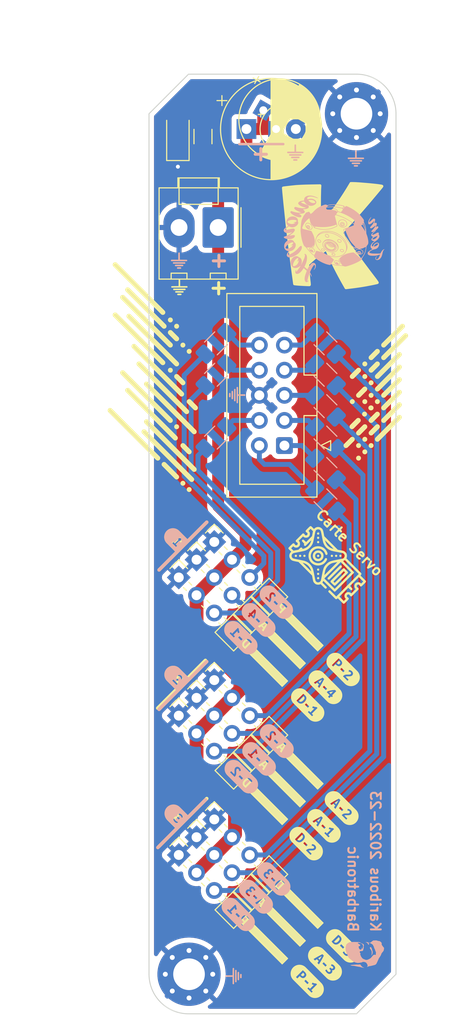
<source format=kicad_pcb>
(kicad_pcb (version 20221018) (generator pcbnew)
  (layers (0 "F.Cu" signal) (31 "B.Cu" signal) (34 "B.Paste" user) (35 "F.Paste" user) (36 "B.SilkS" user "B.Silkscreen") (37 "F.SilkS" user "F.Silkscreen") (38 "B.Mask" user) (39 "F.Mask" user) (44 "Edge.Cuts" user))
  (net 0 "")
  (net 1 "+5VP")
  (net 2 "GND")
  (net 3 "Net-(D1-Pad2)")
  (net 4 "IO_P_2")
  (net 5 "IO_P_1")
  (net 6 "IO_A_4")
  (net 7 "IO_A_3")
  (net 8 "IO_D_3")
  (net 9 "IO_D_1")
  (net 10 "IO_D_2")
  (net 11 "IO_A_2")
  (net 12 "IO_A_1")
  (net 13 "Net-(J3-Pad3)")
  (net 14 "Net-(J4-Pad3)")
  (net 15 "Net-(J5-Pad3)")
  (net 16 "Net-(J6-Pad3)")
  (net 17 "Net-(J7-Pad3)")
  (net 18 "Net-(J8-Pad3)")
  (net 19 "Net-(J9-Pad3)")
  (net 20 "Net-(J10-Pad3)")
  (net 21 "Net-(J11-Pad3)")
  (footprint "MountingHole:MountingHole_3.2mm_M3_Pad_Via" (layer "F.Cu") (at 156 49)
    (fp_text reference "H1" hide)
    (fp_text value "MountingHole_Pad")
    (pad "1" thru_hole circle locked (at -2.4 0) (size 0.8 0.8) (drill 0.5) (layers "*.Cu" "*.Mask") (net 2 "GND"))
    (pad "1" thru_hole circle locked (at -1.697056 -1.697056) (size 0.8 0.8) (drill 0.5) (layers "*.Cu" "*.Mask") (net 2 "GND"))
    (pad "1" thru_hole circle locked (at -1.697056 1.697056) (size 0.8 0.8) (drill 0.5) (layers "*.Cu" "*.Mask") (net 2 "GND"))
    (pad "1" thru_hole circle locked (at 0 -2.4) (size 0.8 0.8) (drill 0.5) (layers "*.Cu" "*.Mask") (net 2 "GND"))
    (pad "1" thru_hole circle locked (at 0 0) (size 6.4 6.4) (drill 3.2) (layers "*.Cu" "*.Mask") (net 2 "GND"))
    (pad "1" thru_hole circle locked (at 0 2.4) (size 0.8 0.8) (drill 0.5) (layers "*.Cu" "*.Mask") (net 2 "GND"))
    (pad "1" thru_hole circle locked (at 1.697056 -1.697056) (size 0.8 0.8) (drill 0.5) (layers "*.Cu" "*.Mask") (net 2 "GND"))
    (pad "1" thru_hole circle locked (at 1.697056 1.697056) (size 0.8 0.8) (drill 0.5) (layers "*.Cu" "*.Mask") (net 2 "GND"))
    (pad "1" thru_hole circle locked (at 2.4 0) (size 0.8 0.8) (drill 0.5) (layers "*.Cu" "*.Mask") (net 2 "GND"))
  )
  (footprint "Footprints:PinHeader_3x01_P2.54mm_Horizontal" (layer "F.Cu") (at 141.605 95.885 -45)
    (fp_text reference "J11" hide)
    (fp_text value "Conn_01x03")
    (pad "1" thru_hole rect (at -2.54 0 315) (size 1.7 1.7) (drill 1) (layers "*.Cu" "*.Mask") (net 2 "GND"))
    (pad "2" thru_hole oval (at 0 0 315) (size 1.7 1.7) (drill 1) (layers "*.Cu" "*.Mask") (net 1 "+5VP"))
    (pad "3" thru_hole oval (at 2.54 0 315) (size 1.7 1.7) (drill 1) (layers "*.Cu" "*.Mask") (net 21 "Net-(J11-Pad3)"))
  )
  (footprint "Footprints:PinHeader_3x01_P2.54mm_Horizontal" (layer "F.Cu") (at 143.401052 108.05895 -45)
    (fp_text reference "J9" hide)
    (fp_text value "Conn_01x03")
    (pad "1" thru_hole rect (at -2.54 0 315) (size 1.7 1.7) (drill 1) (layers "*.Cu" "*.Mask") (net 2 "GND"))
    (pad "2" thru_hole oval (at 0 0 315) (size 1.7 1.7) (drill 1) (layers "*.Cu" "*.Mask") (net 1 "+5VP"))
    (pad "3" thru_hole oval (at 2.54 0 315) (size 1.7 1.7) (drill 1) (layers "*.Cu" "*.Mask") (net 19 "Net-(J9-Pad3)"))
  )
  (footprint "Footprints:PinHeader_3x01_P2.54mm_Horizontal" (layer "F.Cu") (at 139.80895 97.681052 -45)
    (fp_text reference "J3" hide)
    (fp_text value "Conn_01x03")
    (pad "1" thru_hole rect (at -2.54 0 315) (size 1.7 1.7) (drill 1) (layers "*.Cu" "*.Mask") (net 2 "GND"))
    (pad "2" thru_hole oval (at 0 0 315) (size 1.7 1.7) (drill 1) (layers "*.Cu" "*.Mask") (net 1 "+5VP"))
    (pad "3" thru_hole oval (at 2.54 0 315) (size 1.7 1.7) (drill 1) (layers "*.Cu" "*.Mask") (net 13 "Net-(J3-Pad3)"))
  )
  (footprint "Capacitor_THT:CP_Radial_D8.0mm_P3.80mm" (layer "F.Cu") (at 146.569103 48.646 -30)
    (fp_text reference "C2" hide)
    (fp_text value "C_Polarized_Small")
    (pad "1" thru_hole rect (at 0 0 330) (size 1.6 1.6) (drill 0.8) (layers "*.Cu" "*.Mask") (net 1 "+5VP"))
    (pad "2" thru_hole circle (at 3.8 0 330) (size 1.6 1.6) (drill 0.8) (layers "*.Cu" "*.Mask") (net 2 "GND"))
  )
  (footprint "LED_SMD:LED_1206_3216Metric_Pad1.42x1.75mm_HandSolder" (layer "F.Cu") (at 137.922 51.2715 90)
    (fp_text reference "D1" hide)
    (fp_text value "LED_Small")
    (pad "1" smd roundrect (at -1.4875 0 90) (size 1.425 1.75) (layers "F.Cu" "F.Paste" "F.Mask") (roundrect_rratio 0.175439) (net 2 "GND"))
    (pad "2" smd roundrect (at 1.4875 0 90) (size 1.425 1.75) (layers "F.Cu" "F.Paste" "F.Mask") (roundrect_rratio 0.175439) (net 3 "Net-(D1-Pad2)"))
  )
  (footprint "LOGO" (layer "F.Cu") (at 138.081935 66.538407)
    (fp_text reference "G***" hide)
    (fp_text value "LOGO" hide)
  )
  (footprint "kibuzzard-634F1A09" (layer "F.Cu") (at 151.015447 136.722215 -45)
    (fp_text reference "kibuzzard-634F1A09" hide)
    (fp_text value "G***" hide)
  )
  (footprint "kibuzzard-634F1A03" (layer "F.Cu") (at 152.811499 134.926163 -45)
    (fp_text reference "kibuzzard-634F1A03" hide)
    (fp_text value "G***" hide)
  )
  (footprint "MountingHole:MountingHole_3.2mm_M3_Pad_Via" (layer "F.Cu") (at 139.05 136)
    (fp_text reference "H2" hide)
    (fp_text value "MountingHole_Pad")
    (pad "1" thru_hole circle locked (at -2.4 0) (size 0.8 0.8) (drill 0.5) (layers "*.Cu" "*.Mask") (net 2 "GND"))
    (pad "1" thru_hole circle locked (at -1.697056 -1.697056) (size 0.8 0.8) (drill 0.5) (layers "*.Cu" "*.Mask") (net 2 "GND"))
    (pad "1" thru_hole circle locked (at -1.697056 1.697056) (size 0.8 0.8) (drill 0.5) (layers "*.Cu" "*.Mask") (net 2 "GND"))
    (pad "1" thru_hole circle locked (at 0 -2.4) (size 0.8 0.8) (drill 0.5) (layers "*.Cu" "*.Mask") (net 2 "GND"))
    (pad "1" thru_hole circle locked (at 0 0) (size 6.4 6.4) (drill 3.2) (layers "*.Cu" "*.Mask") (net 2 "GND"))
    (pad "1" thru_hole circle locked (at 0 2.4) (size 0.8 0.8) (drill 0.5) (layers "*.Cu" "*.Mask") (net 2 "GND"))
    (pad "1" thru_hole circle locked (at 1.697056 -1.697056) (size 0.8 0.8) (drill 0.5) (layers "*.Cu" "*.Mask") (net 2 "GND"))
    (pad "1" thru_hole circle locked (at 1.697056 1.697056) (size 0.8 0.8) (drill 0.5) (layers "*.Cu" "*.Mask") (net 2 "GND"))
    (pad "1" thru_hole circle locked (at 2.4 0) (size 0.8 0.8) (drill 0.5) (layers "*.Cu" "*.Mask") (net 2 "GND"))
  )
  (footprint "kibuzzard-634F19A7" (layer "F.Cu") (at 152.70324 120.996895 -45)
    (fp_text reference "kibuzzard-634F19A7" hide)
    (fp_text value "G***" hide)
  )
  (footprint "Capacitor_THT:CP_Radial_D10.0mm_P5.00mm" (layer "F.Cu") (at 144.86 50.546)
    (fp_text reference "C1" hide)
    (fp_text value "C_Polarized_Small")
    (pad "1" thru_hole rect (at 0 0) (size 2 2) (drill 1) (layers "*.Cu" "*.Mask") (net 1 "+5VP"))
    (pad "2" thru_hole circle (at 5 0) (size 2 2) (drill 1) (layers "*.Cu" "*.Mask") (net 2 "GND"))
  )
  (footprint "kibuzzard-634F19FE" (layer "F.Cu") (at 154.60755 133.130112 -45)
    (fp_text reference "kibuzzard-634F19FE" hide)
    (fp_text value "G***" hide)
  )
  (footprint "kibuzzard-634F1907" (layer "F.Cu") (at 151.059207 108.778017 -45)
    (fp_text reference "kibuzzard-634F1907" hide)
    (fp_text value "G***" hide)
  )
  (footprint "Footprints:PinHeader_3x01_P2.54mm_Horizontal" (layer "F.Cu") (at 141.605 123.939996 -45)
    (fp_text reference "J10" hide)
    (fp_text value "Conn_01x03")
    (pad "1" thru_hole rect (at -2.54 0 315) (size 1.7 1.7) (drill 1) (layers "*.Cu" "*.Mask") (net 2 "GND"))
    (pad "2" thru_hole oval (at 0 0 315) (size 1.7 1.7) (drill 1) (layers "*.Cu" "*.Mask") (net 1 "+5VP"))
    (pad "3" thru_hole oval (at 2.54 0 315) (size 1.7 1.7) (drill 1) (layers "*.Cu" "*.Mask") (net 20 "Net-(J10-Pad3)"))
  )
  (footprint "Footprints:PinHeader_3x01_P2.54mm_Horizontal" (layer "F.Cu") (at 139.80895 125.736048 -45)
    (fp_text reference "J7" hide)
    (fp_text value "Conn_01x03")
    (pad "1" thru_hole rect (at -2.54 0 315) (size 1.7 1.7) (drill 1) (layers "*.Cu" "*.Mask") (net 2 "GND"))
    (pad "2" thru_hole oval (at 0 0 315) (size 1.7 1.7) (drill 1) (layers "*.Cu" "*.Mask") (net 1 "+5VP"))
    (pad "3" thru_hole oval (at 2.54 0 315) (size 1.7 1.7) (drill 1) (layers "*.Cu" "*.Mask") (net 17 "Net-(J7-Pad3)"))
  )
  (footprint "kibuzzard-634F18D6" (layer "F.Cu") (at 154.65131 105.185914 -45)
    (fp_text reference "kibuzzard-634F18D6" hide)
    (fp_text value "G***" hide)
  )
  (footprint "kibuzzard-634F1B38" (layer "F.Cu") (at 137.576729 91.950436 -45)
    (fp_text reference "kibuzzard-634F1B38" hide)
    (fp_text value "G***" hide)
  )
  (footprint "Footprints:PinHeader_3x01_P2.54mm_Horizontal" (layer "F.Cu") (at 141.605 109.855 -45)
    (fp_text reference "J6" hide)
    (fp_text value "Conn_01x03")
    (pad "1" thru_hole rect (at -2.54 0 315) (size 1.7 1.7) (drill 1) (layers "*.Cu" "*.Mask") (net 2 "GND"))
    (pad "2" thru_hole oval (at 0 0 315) (size 1.7 1.7) (drill 1) (layers "*.Cu" "*.Mask") (net 1 "+5VP"))
    (pad "3" thru_hole oval (at 2.54 0 315) (size 1.7 1.7) (drill 1) (layers "*.Cu" "*.Mask") (net 16 "Net-(J6-Pad3)"))
  )
  (footprint "Footprints:PinHeader_3x01_P2.54mm_Horizontal" (layer "F.Cu") (at 143.401052 94.08895 -45)
    (fp_text reference "J8" hide)
    (fp_text value "Conn_01x03")
    (pad "1" thru_hole rect (at -2.54 0 315) (size 1.7 1.7) (drill 1) (layers "*.Cu" "*.Mask") (net 2 "GND"))
    (pad "2" thru_hole oval (at 0 0 315) (size 1.7 1.7) (drill 1) (layers "*.Cu" "*.Mask") (net 1 "+5VP"))
    (pad "3" thru_hole oval (at 2.54 0 315) (size 1.7 1.7) (drill 1) (layers "*.Cu" "*.Mask") (net 18 "Net-(J8-Pad3)"))
  )
  (footprint "Footprints:PinHeader_3x01_P2.54mm_Horizontal" (layer "F.Cu") (at 143.401052 122.143946 -45)
    (fp_text reference "J5" hide)
    (fp_text value "Conn_01x03")
    (pad "1" thru_hole rect (at -2.54 0 315) (size 1.7 1.7) (drill 1) (layers "*.Cu" "*.Mask") (net 2 "GND"))
    (pad "2" thru_hole oval (at 0 0 315) (size 1.7 1.7) (drill 1) (layers "*.Cu" "*.Mask") (net 1 "+5VP"))
    (pad "3" thru_hole oval (at 2.54 0 315) (size 1.7 1.7) (drill 1) (layers "*.Cu" "*.Mask") (net 15 "Net-(J5-Pad3)"))
  )
  (footprint "Footprints:PinHeader_3x01_P2.54mm_Horizontal" (layer "F.Cu") (at 139.80895 111.651052 -45)
    (fp_text reference "J4" hide)
    (fp_text value "Conn_01x03")
    (pad "1" thru_hole rect (at -2.54 0 315) (size 1.7 1.7) (drill 1) (layers "*.Cu" "*.Mask") (net 2 "GND"))
    (pad "2" thru_hole oval (at 0 0 315) (size 1.7 1.7) (drill 1) (layers "*.Cu" "*.Mask") (net 1 "+5VP"))
    (pad "3" thru_hole oval (at 2.54 0 315) (size 1.7 1.7) (drill 1) (layers "*.Cu" "*.Mask") (net 14 "Net-(J4-Pad3)"))
  )
  (footprint "kibuzzard-634F1B5B" (layer "F.Cu") (at 137.641149 119.928276 -45)
    (fp_text reference "kibuzzard-634F1B5B" hide)
    (fp_text value "G***" hide)
  )
  (footprint "Resistor_SMD:R_1206_3216Metric_Pad1.30x1.75mm_HandSolder" (layer "F.Cu") (at 140.462 51.308 90)
    (fp_text reference "R1" hide)
    (fp_text value "R_Small")
    (pad "1" smd roundrect (at -1.55 0 90) (size 1.3 1.75) (layers "F.Cu" "F.Paste" "F.Mask") (roundrect_rratio 0.192308) (net 1 "+5VP"))
    (pad "2" smd roundrect (at 1.55 0 90) (size 1.3 1.75) (layers "F.Cu" "F.Paste" "F.Mask") (roundrect_rratio 0.192308) (net 3 "Net-(D1-Pad2)"))
  )
  (footprint "Capacitor_THT:CP_Radial_D5.0mm_P2.00mm" (layer "F.Cu") (at 147.86 50.546)
    (fp_text reference "C3" (at 1 -3.75) (layer "F.SilkS"))
    (fp_text value "C_Polarized_Small")
    (pad "1" thru_hole rect (at 0 0) (size 1.6 1.6) (drill 0.8) (layers "*.Cu" "*.Mask") (net 1 "+5VP"))
    (pad "2" thru_hole circle (at 2 0) (size 1.6 1.6) (drill 0.8) (layers "*.Cu" "*.Mask") (net 2 "GND"))
  )
  (footprint "kibuzzard-634F19A0" (layer "F.Cu") (at 154.499291 119.200844 -45)
    (fp_text reference "kibuzzard-634F19A0" hide)
    (fp_text value "G***" hide)
  )
  (footprint "kibuzzard-634F1B56" (layer "F.Cu") (at 137.60254 105.859072 -45)
    (fp_text reference "kibuzzard-634F1B56" hide)
    (fp_text value "G***" hide)
  )
  (footprint "LOGO" (layer "F.Cu") (at 153.035 94.615 45)
    (fp_text reference "G***" hide)
    (fp_text value "LOGO" hide)
  )
  (footprint "Connector_Molex:Molex_KK-396_A-41791-0002_1x02_P3.96mm_Vertical" (layer "F.Cu") (at 142 60.5 180)
    (fp_text reference "J2" hide)
    (fp_text value "Conn_01x02")
    (pad "1" thru_hole roundrect (at 0 0 180) (size 3.16 4.1) (drill 1.7) (layers "*.Cu" "*.Mask") (roundrect_rratio 0.079114) (net 1 "+5VP"))
    (pad "2" thru_hole oval (at 3.96 0 180) (size 3.16 4.1) (drill 1.7) (layers "*.Cu" "*.Mask") (net 2 "GND"))
  )
  (footprint "kibuzzard-634F19AD" (layer "F.Cu") (at 150.907188 122.792947 -45)
    (fp_text reference "kibuzzard-634F19AD" hide)
    (fp_text value "G***" hide)
  )
  (footprint "kibuzzard-634F18FE" (layer "F.Cu") (at 152.855259 106.981965 -45)
    (fp_text reference "kibuzzard-634F18FE" hide)
    (fp_text value "G***" hide)
  )
  (footprint "Connector_IDC:IDC-Header_2x05_P2.54mm_Vertical" (layer "F.Cu") (at 148.7075 82.55 180)
    (fp_text reference "J1" hide)
    (fp_text value "Conn_02x05_Odd_Even")
    (pad "1" thru_hole roundrect (at 0 0 180) (size 1.7 1.7) (drill 1) (layers "*.Cu" "*.Mask") (roundrect_rratio 0.147059) (net 12 "IO_A_1"))
    (pad "2" thru_hole circle (at 2.54 0 180) (size 1.7 1.7) (drill 1) (layers "*.Cu" "*.Mask") (net 11 "IO_A_2"))
    (pad "3" thru_hole circle (at 0 2.54 180) (size 1.7 1.7) (drill 1) (layers "*.Cu" "*.Mask") (net 10 "IO_D_2"))
    (pad "4" thru_hole circle (at 2.54 2.54 180) (size 1.7 1.7) (drill 1) (layers "*.Cu" "*.Mask") (net 9 "IO_D_1"))
    (pad "5" thru_hole circle (at 0 5.08 180) (size 1.7 1.7) (drill 1) (layers "*.Cu" "*.Mask") (net 8 "IO_D_3"))
    (pad "6" thru_hole circle (at 2.54 5.08 180) (size 1.7 1.7) (drill 1) (layers "*.Cu" "*.Mask") (net 2 "GND"))
    (pad "7" thru_hole circle (at 0 7.62 180) (size 1.7 1.7) (drill 1) (layers "*.Cu" "*.Mask") (net 7 "IO_A_3"))
    (pad "8" thru_hole circle (at 2.54 7.62 180) (size 1.7 1.7) (drill 1) (layers "*.Cu" "*.Mask") (net 6 "IO_A_4"))
    (pad "9" thru_hole circle (at 0 10.16 180) (size 1.7 1.7) (drill 1) (layers "*.Cu" "*.Mask") (net 5 "IO_P_1"))
    (pad "10" thru_hole circle (at 2.54 10.16 180) (size 1.7 1.7) (drill 1) (layers "*.Cu" "*.Mask") (net 4 "IO_P_2"))
  )
  (footprint "Resistor_SMD:R_1206_3216Metric_Pad1.30x1.75mm_HandSolder" (layer "B.Cu") (at 152.861016 88.091016 135)
    (fp_text reference "R8" hide)
    (fp_text value "220")
    (pad "1" smd roundrect (at -1.55 0 135) (size 1.3 1.75) (layers "B.Cu" "B.Paste" "B.Mask") (roundrect_rratio 0.192308) (net 19 "Net-(J9-Pad3)"))
    (pad "2" smd roundrect (at 1.55 0 135) (size 1.3 1.75) (layers "B.Cu" "B.Paste" "B.Mask") (roundrect_rratio 0.192308) (net 11 "IO_A_2"))
  )
  (footprint "kibuzzard-634F1A09" (layer "B.Cu") (at 144.029968 129.953226 135)
    (fp_text reference "kibuzzard-634F1A09" hide)
    (fp_text value "G***" hide)
  )
  (footprint "kibuzzard-634F1BAB" (layer "B.Cu") (at 137.60254 105.86141 135)
    (fp_text reference "kibuzzard-634F1BAB" hide)
    (fp_text value "G***" hide)
  )
  (footprint "kibuzzard-634F19FE" (layer "B.Cu") (at 147.622071 126.361123 135)
    (fp_text reference "kibuzzard-634F19FE" hide)
    (fp_text value "G***" hide)
  )
  (footprint "Resistor_SMD:R_1206_3216Metric_Pad1.30x1.75mm_HandSolder" (layer "B.Cu") (at 152.861016 72.216016 135)
    (fp_text reference "R5" hide)
    (fp_text value "220")
    (pad "1" smd roundrect (at -1.55 0 135) (size 1.3 1.75) (layers "B.Cu" "B.Paste" "B.Mask") (roundrect_rratio 0.192308) (net 17 "Net-(J7-Pad3)"))
    (pad "2" smd roundrect (at 1.55 0 135) (size 1.3 1.75) (layers "B.Cu" "B.Paste" "B.Mask") (roundrect_rratio 0.192308) (net 5 "IO_P_1"))
  )
  (footprint "LOGO" (layer "B.Cu") (at 156.845 133.985 90)
    (fp_text reference "G***" hide)
    (fp_text value "LOGO" hide)
  )
  (footprint "kibuzzard-634F18FE" (layer "B.Cu") (at 146.090652 100.178349 135)
    (fp_text reference "kibuzzard-634F18FE" hide)
    (fp_text value "G***" hide)
  )
  (footprint "kibuzzard-634F18D6" (layer "B.Cu") (at 147.886703 98.382298 135)
    (fp_text reference "kibuzzard-634F18D6" hide)
    (fp_text value "G***" hide)
  )
  (footprint "Resistor_SMD:R_1206_3216Metric_Pad1.30x1.75mm_HandSolder" (layer "B.Cu") (at 152.861016 84.916016 135)
    (fp_text reference "R7" hide)
    (fp_text value "220")
    (pad "1" smd roundrect (at -1.55 0 135) (size 1.3 1.75) (layers "B.Cu" "B.Paste" "B.Mask") (roundrect_rratio 0.192308) (net 16 "Net-(J6-Pad3)"))
    (pad "2" smd roundrect (at 1.55 0 135) (size 1.3 1.75) (layers "B.Cu" "B.Paste" "B.Mask") (roundrect_rratio 0.192308) (net 12 "IO_A_1"))
  )
  (footprint "LOGO" (layer "B.Cu") (at 138.03382 63.868029 180)
    (fp_text reference "G***" hide)
    (fp_text value "LOGO" hide)
  )
  (footprint "Resistor_SMD:R_1206_3216Metric_Pad1.30x1.75mm_HandSolder" (layer "B.Cu") (at 152.861016 81.741016 135)
    (fp_text reference "R3" hide)
    (fp_text value "220")
    (pad "1" smd roundrect (at -1.55 0 135) (size 1.3 1.75) (layers "B.Cu" "B.Paste" "B.Mask") (roundrect_rratio 0.192308) (net 14 "Net-(J4-Pad3)"))
    (pad "2" smd roundrect (at 1.55 0 135) (size 1.3 1.75) (layers "B.Cu" "B.Paste" "B.Mask") (roundrect_rratio 0.192308) (net 10 "IO_D_2"))
  )
  (footprint "Resistor_SMD:R_1206_3216Metric_Pad1.30x1.75mm_HandSolder" (layer "B.Cu") (at 152.861016 75.391016 135)
    (fp_text reference "R9" hide)
    (fp_text value "220")
    (pad "1" smd roundrect (at -1.55 0 135) (size 1.3 1.75) (layers "B.Cu" "B.Paste" "B.Mask") (roundrect_rratio 0.192308) (net 20 "Net-(J10-Pad3)"))
    (pad "2" smd roundrect (at 1.55 0 135) (size 1.3 1.75) (layers "B.Cu" "B.Paste" "B.Mask") (roundrect_rratio 0.192308) (net 7 "IO_A_3"))
  )
  (footprint "LOGO" (layer "B.Cu") (at 143.56879 136.19324 -90)
    (fp_text reference "G***" hide)
    (fp_text value "LOGO" hide)
  )
  (footprint "LOGO" (layer "B.Cu") (at 155.933739 53.540211 180)
    (fp_text reference "G***" hide)
    (fp_text value "LOGO" hide)
  )
  (footprint "kibuzzard-634F1BB2" (layer "B.Cu") (at 137.617091 119.885206 135)
    (fp_text reference "kibuzzard-634F1BB2" hide)
    (fp_text value "G***" hide)
  )
  (footprint "kibuzzard-634F19A0" (layer "B.Cu") (at 147.934818 112.431855 135)
    (fp_text reference "kibuzzard-634F19A0" hide)
    (fp_text value "G***" hide)
  )
  (footprint "Resistor_SMD:R_1206_3216Metric_Pad1.30x1.75mm_HandSolder" (layer "B.Cu") (at 141.778984 72.216016 45)
    (fp_text reference "R6" hide)
    (fp_text value "220")
    (pad "1" smd roundrect (at -1.55 0 45) (size 1.3 1.75) (layers "B.Cu" "B.Paste" "B.Mask") (roundrect_rratio 0.192308) (net 18 "Net-(J8-Pad3)"))
    (pad "2" smd roundrect (at 1.55 0 45) (size 1.3 1.75) (layers "B.Cu" "B.Paste" "B.Mask") (roundrect_rratio 0.192308) (net 4 "IO_P_2"))
  )
  (footprint "Resistor_SMD:R_1206_3216Metric_Pad1.30x1.75mm_HandSolder" (layer "B.Cu") (at 141.778984 81.741016 45)
    (fp_text reference "R2" hide)
    (fp_text value "220")
    (pad "1" smd roundrect (at -1.55 0 45) (size 1.3 1.75) (layers "B.Cu" "B.Paste" "B.Mask") (roundrect_rratio 0.192308) (net 13 "Net-(J3-Pad3)"))
    (pad "2" smd roundrect (at 1.55 0 45) (size 1.3 1.75) (layers "B.Cu" "B.Paste" "B.Mask") (roundrect_rratio 0.192308) (net 9 "IO_D_1"))
  )
  (footprint "kibuzzard-634F19A7" (layer "B.Cu") (at 146.138768 114.227905 135)
    (fp_text reference "kibuzzard-634F19A7" hide)
    (fp_text value "G***" hide)
  )
  (footprint "Resistor_SMD:R_1206_3216Metric_Pad1.30x1.75mm_HandSolder" (layer "B.Cu") (at 152.861016 78.566016 135)
    (fp_text reference "R4" hide)
    (fp_text value "220")
    (pad "1" smd roundrect (at -1.55 0 135) (size 1.3 1.75) (layers "B.Cu" "B.Paste" "B.Mask") (roundrect_rratio 0.192308) (net 15 "Net-(J5-Pad3)"))
    (pad "2" smd roundrect (at 1.55 0 135) (size 1.3 1.75) (layers "B.Cu" "B.Paste" "B.Mask") (roundrect_rratio 0.192308) (net 8 "IO_D_3"))
  )
  (footprint "kibuzzard-634F1BA4" (layer "B.Cu") (at 137.570463 91.940161 135)
    (fp_text reference "kibuzzard-634F1BA4" hide)
    (fp_text value "G***" hide)
  )
  (footprint "kibuzzard-634F1907" (layer "B.Cu") (at 144.2946 101.974401 135)
    (fp_text reference "kibuzzard-634F1907" hide)
    (fp_text value "G***" hide)
  )
  (footprint "LOGO" (layer "B.Cu") (at 149.797918 52.945943 180)
    (fp_text reference "G***" hide)
    (fp_text value "LOGO" hide)
  )
  (footprint "kibuzzard-634F1A03" (layer "B.Cu") (at 145.82602 128.157174 135)
    (fp_text reference "kibuzzard-634F1A03" hide)
    (fp_text value "G***" hide)
  )
  (footprint "LOGO" (layer "B.Cu") (at 143.90384 77.436436 90)
    (fp_text reference "G***" hide)
    (fp_text value "LOGO" hide)
  )
  (footprint "kibuzzard-634F19AD" (layer "B.Cu") (at 144.342716 116.023957 135)
    (fp_text reference "kibuzzard-634F19AD" hide)
    (fp_text value "G***" hide)
  )
  (footprint "Resistor_SMD:R_1206_3216Metric_Pad1.30x1.75mm_HandSolder" (layer "B.Cu") (at 141.778984 75.391016 45)
    (fp_text reference "R10" hide)
    (fp_text value "220")
    (pad "1" smd roundrect (at -1.55 0 45) (size 1.3 1.75) (layers "B.Cu" "B.Paste" "B.Mask") (roundrect_rratio 0.192308) (net 21 "Net-(J11-Pad3)"))
    (pad "2" smd roundrect (at 1.55 0 45) (size 1.3 1.75) (layers "B.Cu" "B.Paste" "B.Mask") (roundrect_rratio 0.192308) (net 6 "IO_A_4"))
  )
  (footprint "LOGO" (layer "B.Cu") (at 153.67 61.595 90)
    (fp_text reference "G***" hide)
    (fp_text value "LOGO" hide)
  )
  (gr_line (start 136.016556 95.123444) (end 140.843444 90.296556) (stroke (width 0.35)) (layer "B.SilkS"))
  (gr_line (start 144.145 52.07) (end 148.59 52.07) (stroke (width 0.25)) (layer "B.SilkS"))
  (gr_line (start 135.89 123.19) (end 140.716888 118.363112) (stroke (width 0.35)) (layer "B.SilkS"))
  (gr_line (start 136.016556 109.22) (end 140.843444 104.393112) (stroke (width 0.35)) (layer "B.SilkS"))
  (gr_line (start 138.43 72.39) (end 138.43 72.39) (stroke (width 0.5)) (layer "F.SilkS"))
  (gr_line (start 136.525 84.455) (end 137.795 85.725) (stroke (width 0.5)) (layer "F.SilkS"))
  (gr_line (start 156.181481 80.003601) (end 155.546481 80.638601) (stroke (width 0.5)) (layer "F.SilkS"))
  (gr_line (start 156.845 75.565) (end 156.845 75.565) (stroke (width 0.5)) (layer "F.SilkS"))
  (gr_line (start 134.493444 81.153444) (end 139.320332 85.980332) (stroke (width 0.5)) (layer "F.SilkS"))
  (gr_line (start 132.841556 76.961556) (end 137.668444 81.788444) (stroke (width 0.5)) (layer "F.SilkS"))
  (gr_line (start 132.333112 67.563112) (end 137.16 72.39) (stroke (width 0.5)) (layer "F.SilkS"))
  (gr_line (start 131.063112 78.993112) (end 135.89 83.82) (stroke (width 0.5)) (layer "F.SilkS"))
  (gr_line (start 132.333112 75.183112) (end 137.16 80.01) (stroke (width 0.5)) (layer "F.SilkS"))
  (gr_line (start 132.968112 69.468112) (end 137.795 74.295) (stroke (width 0.5)) (layer "F.SilkS"))
  (gr_line (start 157.48 82.55) (end 157.48 82.55) (stroke (width 0.5)) (layer "F.SilkS"))
  (gr_line (start 160.3375 73.3425) (end 158.115 75.565) (stroke (width 0.5)) (layer "F.SilkS"))
  (gr_line (start 139.065 86.995) (end 139.065 86.995) (stroke (width 0.5)) (layer "F.SilkS"))
  (gr_line (start 158.115 79.375) (end 157.48 80.01) (stroke (width 0.5)) (layer "F.SilkS"))
  (gr_line (start 133.476556 72.516556) (end 138.303444 77.343444) (stroke (width 0.5)) (layer "F.SilkS"))
  (gr_line (start 131.571556 64.261556) (end 136.398444 69.088444) (stroke (width 0.5)) (layer "F.SilkS"))
  (gr_line (start 155.575 81.915) (end 154.94 82.55) (stroke (width 0.5)) (layer "F.SilkS"))
  (gr_line (start 158.115 73.025) (end 157.48 73.66) (stroke (width 0.5)) (layer "F.SilkS"))
  (gr_line (start 134.746556 76.326556) (end 139.573444 81.153444) (stroke (width 0.5)) (layer "F.SilkS"))
  (gr_line (start 132.841556 66.801556) (end 136.525 70.485) (stroke (width 0.5)) (layer "F.SilkS"))
  (gr_line (start 160.3375 79.6925) (end 158.115 81.915) (stroke (width 0.5)) (layer "F.SilkS"))
  (gr_line (start 160.9725 71.4375) (end 158.75 73.66) (stroke (width 0.5)) (layer "F.SilkS"))
  (gr_poly (pts (xy 154.664586 66.142413) (xy 154.460715 65.778999) (xy 154.256306 65.403738) (xy 154.054033 65.021896) (xy 153.856574 64.638738) (xy 153.666603 64.25953) (xy 153.486799 63.889539) (xy 153.319835 63.534029) (xy 153.168389 63.198267) (xy 152.950641 62.703997) (xy 152.711642 62.870551) (xy 152.545637 62.98897) (xy 152.374263 63.116494) (xy 152.198826 63.25206) (xy 152.020632 63.394607) (xy 151.840987 63.543072) (xy 151.661198 63.696393) (xy 151.482571 63.853507) (xy 151.306411 64.013353) (xy 151.086879 64.215733) (xy 151.092617 64.442681) (xy 151.098254 64.5752) (xy 151.109019 64.748699) (xy 151.141847 65.170843) (xy 151.182932 65.613529) (xy 151.204019 65.812705) (xy 151.224106 65.981171) (xy 151.231544 66.042696) (xy 151.237584 66.100649) (xy 151.242157 66.153722) (xy 151.245195 66.200608) (xy 151.246631 66.239997) (xy 151.246397 66.270582) (xy 151.245633 66.282165) (xy 151.244425 66.291056) (xy 151.242767 66.297091) (xy 151.240648 66.300109) (xy 151.223475 66.302418) (xy 151.184026 66.303155) (xy 151.049664 66.300497) (xy 150.638615 66.282745) (xy 150.189299 66.25621) (xy 150.007103 66.242573) (xy 149.883516 66.23025) (xy 149.722312 66.209286) (xy 149.581021 65.187781) (xy 149.426348 64.037117) (xy 149.266157 62.788054) (xy 149.113287 61.542893) (xy 148.980579 60.403935) (xy 148.730186 58.01774) (xy 148.625111 56.946945) (xy 148.587443 56.494611) (xy 148.625039 56.487326) (xy 148.721512 56.474015) (xy 149.042197 56.435013) (xy 149.45171 56.388989) (xy 149.852262 56.347333) (xy 149.964895 56.337925) (xy 150.10949 56.328455) (xy 150.470603 56.310356) (xy 150.887678 56.295091) (xy 151.31279 56.284715) (xy 152.314383 56.267146) (xy 152.289882 56.69326) (xy 152.273987 57.460448) (xy 152.271348 58.644649) (xy 152.280599 59.768751) (xy 152.289256 60.159166) (xy 152.300373 60.35564) (xy 152.324599 60.512586) (xy 152.756823 59.955919) (xy 153.115415 59.486819) (xy 153.469065 59.009858) (xy 153.815 58.52907) (xy 154.15045 58.048489) (xy 154.47264 57.572148) (xy 154.7788 57.104081) (xy 155.066157 56.648323) (xy 155.331939 56.208906) (xy 155.432557 56.038655) (xy 155.6112 56.038655) (xy 155.913919 56.048055) (xy 156.327353 56.073387) (xy 157.304081 56.15464) (xy 157.776236 56.201955) (xy 158.176824 56.247994) (xy 158.460278 56.288454) (xy 158.543838 56.305247) (xy 158.581025 56.319033) (xy 158.58413 56.322025) (xy 158.584805 56.322758) (xy 158.585413 56.323517) (xy 158.585943 56.32432) (xy 158.586381 56.325181) (xy 158.586714 56.326118) (xy 158.58693 56.327146) (xy 158.587016 56.328283) (xy 158.586959 56.329544) (xy 158.586746 56.330945) (xy 158.586365 56.332504) (xy 158.585802 56.334236) (xy 158.585046 56.336158) (xy 158.584082 56.338285) (xy 158.582899 56.340635) (xy 158.581484 56.343224) (xy 158.579823 56.346068) (xy 158.577905 56.349182) (xy 158.575715 56.352585) (xy 158.570473 56.360318) (xy 158.563995 56.369396) (xy 158.556177 56.379952) (xy 158.546919 56.392115) (xy 158.536117 56.406015) (xy 158.523669 56.421783) (xy 158.509474 56.439551) (xy 158.493428 56.459447) (xy 158.47543 56.481604) (xy 158.455377 56.506151) (xy 158.433166 56.533218) (xy 158.381865 56.595439) (xy 158.320709 56.669309) (xy 158.248877 56.755873) (xy 158.069919 56.971263) (xy 157.230196 57.969759) (xy 156.42142 58.907755) (xy 155.664909 59.760853) (xy 154.981985 60.504661) (xy 154.878736 60.615732) (xy 154.786352 60.717207) (xy 154.705917 60.807796) (xy 154.638515 60.886215) (xy 154.585229 60.951174) (xy 154.547143 61.001387) (xy 154.534139 61.020561) (xy 154.52534 61.035566) (xy 154.520884 61.04624) (xy 154.520326 61.049903) (xy 154.520905 61.052424) (xy 154.587861 61.158023) (xy 154.705227 61.335915) (xy 155.03918 61.831955) (xy 155.418761 62.387295) (xy 155.739965 62.848685) (xy 156.173491 63.449042) (xy 156.725384 64.19736) (xy 157.29884 64.963372) (xy 157.797054 65.616814) (xy 157.86559 65.706377) (xy 157.928698 65.790715) (xy 157.985057 65.867928) (xy 158.033344 65.936113) (xy 158.072239 65.993367) (xy 158.100418 66.03779) (xy 158.110077 66.054595) (xy 158.116561 66.067478) (xy 158.119705 66.076203) (xy 158.119973 66.078931) (xy 158.119345 66.080531) (xy 158.104136 66.0872) (xy 158.070059 66.097163) (xy 157.952383 66.125558) (xy 157.780475 66.162879) (xy 157.568497 66.206292) (xy 157.080968 66.30005) (xy 156.833737 66.344724) (xy 156.603074 66.384148) (xy 156.28339 66.433846) (xy 155.912868 66.486207) (xy 155.502535 66.539735) (xy 155.063416 66.592934) (xy 154.930176 66.608496) (xy 154.664586 66.142413)) (stroke (width 0.264582)) (fill solid) (layer "F.SilkS"))
  (gr_line (start 136.016556 95.123444) (end 140.843444 90.296556) (stroke (width 0.35)) (layer "F.SilkS"))
  (gr_line (start 137.16 69.85) (end 137.16 69.85) (stroke (width 0.5)) (layer "F.SilkS"))
  (gr_line (start 156.845 78.105) (end 156.845 78.105) (stroke (width 0.5)) (layer "F.SilkS"))
  (gr_line (start 156.21 81.28) (end 156.845 80.645) (stroke (width 0.5)) (layer "F.SilkS"))
  (gr_line (start 156.845 81.915) (end 156.845 81.915) (stroke (width 0.5)) (layer "F.SilkS"))
  (gr_line (start 158.115 74.295) (end 157.48 74.93) (stroke (width 0.5)) (layer "F.SilkS"))
  (gr_line (start 136.016556 123.063444) (end 140.843444 118.236556) (stroke (width 0.35)) (layer "F.SilkS"))
  (gr_line (start 160.3375 74.6125) (end 158.115 76.835) (stroke (width 0.5)) (layer "F.SilkS"))
  (gr_line (start 157.48 76.2) (end 157.48 76.2) (stroke (width 0.5)) (layer "F.SilkS"))
  (gr_line (start 134.746556 80.136556) (end 139.573444 84.963444) (stroke (width 0.5)) (layer "F.SilkS"))
  (gr_line (start 135.880087 109.093444) (end 140.706975 104.266556) (stroke (width 0.35)) (layer "F.SilkS"))
  (gr_line (start 160.3375 77.1525) (end 158.75 78.74) (stroke (width 0.5)) (layer "F.SilkS"))
  (gr_line (start 160.3375 78.4225) (end 158.75 80.01) (stroke (width 0.5)) (layer "F.SilkS"))
  (gr_line (start 137.795 70.485) (end 137.795 70.485) (stroke (width 0.5)) (layer "F.SilkS"))
  (gr_line (start 137.795 80.645) (end 137.795 80.645) (stroke (width 0.5)) (layer "F.SilkS"))
  (gr_line (start 156.21 83.82) (end 156.21 83.82) (stroke (width 0.5)) (layer "F.SilkS"))
  (gr_line (start 157.48 78.74) (end 157.451481 78.74) (stroke (width 0.5)) (layer "F.SilkS"))
  (gr_line (start 160.655 70.485) (end 158.75 72.39) (stroke (width 0.5)) (layer "F.SilkS"))
  (gr_line (start 137.795 75.565) (end 138.43 76.2) (stroke (width 0.5)) (layer "F.SilkS"))
  (gr_line (start 133.985 74.295) (end 138.811888 79.121888) (stroke (width 0.5)) (layer "F.SilkS"))
  (gr_line (start 158.115 78.105) (end 158.115 78.105) (stroke (width 0.5)) (layer "F.SilkS"))
  (gr_line (start 155.575 78.105) (end 155.575 78.105) (stroke (width 0.5)) (layer "F.SilkS"))
  (gr_line (start 137.16 71.12) (end 137.795 71.755) (stroke (width 0.5)) (layer "F.SilkS"))
  (gr_line (start 156.21 74.93) (end 155.575 75.565) (stroke (width 0.5)) (layer "F.SilkS"))
  (gr_line (start 139.065 78.105) (end 139.7 78.74) (stroke (width 0.5)) (layer "F.SilkS"))
  (gr_line (start 156.845 76.835) (end 156.21 77.47) (stroke (width 0.5)) (layer "F.SilkS"))
  (gr_line (start 158.115 80.645) (end 157.48 81.28) (stroke (width 0.5)) (layer "F.SilkS"))
  (gr_line (start 138.43 86.36) (end 138.43 86.36) (stroke (width 0.5)) (layer "F.SilkS"))
  (gr_line (start 157.48 77.47) (end 157.48 77.47) (stroke (width 0.5)) (layer "F.SilkS"))
  (gr_line (start 156.845 74.295) (end 156.845 74.295) (stroke (width 0.5)) (layer "F.SilkS"))
  (gr_line (start 156.816481 79.368601) (end 156.816481 79.368601) (stroke (width 0.5)) (layer "F.SilkS"))
  (gr_line (start 156.21 82.55) (end 156.21 82.55) (stroke (width 0.5)) (layer "F.SilkS"))
  (gr_line (start 137.16 74.93) (end 137.16 74.93) (stroke (width 0.5)) (layer "F.SilkS"))
  (gr_line (start 160.3375 75.8825) (end 158.75 77.47) (stroke (width 0.5)) (layer "F.SilkS"))
  (gr_line (start 138.43 82.55) (end 139.065 83.185) (stroke (width 0.5)) (layer "F.SilkS"))
  (gr_line (start 131.571556 69.341556) (end 136.398444 74.168444) (stroke (width 0.5)) (layer "F.SilkS"))
  (gr_line (start 139.065 73.025) (end 139.065 73.025) (stroke (width 0.5)) (layer "F.SilkS"))
  (gr_line (start 156.845 83.185) (end 156.845 83.185) (stroke (width 0.5)) (layer "F.SilkS"))
  (gr_line locked (start 135 49) (end 139 45) (stroke (width 0.1)) (layer "Edge.Cuts"))
  (gr_line (start 156 140) (end 139 140) (stroke (width 0.1)) (layer "Edge.Cuts"))
  (gr_line (start 135 136) (end 135 49) (stroke (width 0.1)) (layer "Edge.Cuts"))
  (gr_arc locked (start 156 45) (mid 158.828427 46.171573) (end 160 49) (stroke (width 0.1)) (layer "Edge.Cuts"))
  (gr_line (start 160 136) (end 156 140) (stroke (width 0.1)) (layer "Edge.Cuts"))
  (gr_line (start 160 49) (end 160 136) (stroke (width 0.1)) (layer "Edge.Cuts"))
  (gr_line locked (start 139 45) (end 156 45) (stroke (width 0.1)) (layer "Edge.Cuts"))
  (gr_arc (start 139 140) (mid 136.171573 138.828427) (end 135 136) (stroke (width 0.1)) (layer "Edge.Cuts"))
  (gr_text "Barbatronic" (at 155.6258 127.381 -90) (layer "B.SilkS") (effects (font (size 1 1) (thickness 0.2)) (justify mirror)))
  (gr_text "Karibous 2022-23" (at 157.9118 124.587 -90) (layer "B.SilkS") (effects (font (size 1 1) (thickness 0.2)) (justify mirror)))
  (gr_text "+" (at 142.075473 63.771799) (layer "B.SilkS") (effects (font (size 1.5 1.5) (thickness 0.3)) (justify mirror)))
  (gr_text "+" (at 146.314932 52.989529) (layer "B.SilkS") (effects (font (size 1.5 1.5) (thickness 0.3)) (justify mirror)))
  (gr_text "+" (at 142.051416 66.538407) (layer "F.SilkS") (effects (font (size 1.5 1.5) (thickness 0.3))))
  (gr_text "Carte Servo" (at 155.280064 92.369936 315) (layer "F.SilkS") (effects (font (size 1 1) (thickness 0.2))))
  (segment (start 139.80895 97.681052) (end 143.401052 94.08895) (width 1.4) (layer "F.Cu") (net 1))
  (segment (start 139.80895 115.67895) (end 143.706603 119.576603) (width 1.4) (layer "F.Cu") (net 1))
  (segment (start 143.401052 122.143946) (end 139.80895 125.736048) (width 1.4) (layer "F.Cu") (net 1))
  (segment (start 143.706603 121.838395) (end 143.401052 122.143946) (width 1.4) (layer "F.Cu") (net 1))
  (segment (start 143.706603 119.576603) (end 143.706603 121.838395) (width 1.4) (layer "F.Cu") (net 1))
  (segment (start 144.251052 106.151052) (end 144.251052 107.20895) (width 1.4) (layer "F.Cu") (net 1))
  (segment (start 140.462 52.858) (end 144.754 52.858) (width 1.2) (layer "F.Cu") (net 1))
  (segment (start 144.86 50.546) (end 147.86 50.546) (width 1.2) (layer "F.Cu") (net 1))
  (segment (start 144.251052 107.20895) (end 143.401052 108.05895) (width 1.4) (layer "F.Cu") (net 1))
  (segment (start 142 57.39) (end 144.86 54.53) (width 1.2) (layer "F.Cu") (net 1))
  (segment (start 144.86 50.546) (end 146.558 50.546) (width 1.2) (layer "F.Cu") (net 1))
  (segment (start 143.401052 108.05895) (end 139.80895 111.651052) (width 1.4) (layer "F.Cu") (net 1))
  (segment (start 142 88.66) (end 144.78 91.44) (width 1.2) (layer "F.Cu") (net 1))
  (segment (start 144.86 54.53) (end 144.86 52.752) (width 1.2) (layer "F.Cu") (net 1))
  (segment (start 142 60.5) (end 142 57.39) (width 1.2) (layer "F.Cu") (net 1))
  (segment (start 144.78 92.710002) (end 143.401052 94.08895) (width 1.2) (layer "F.Cu") (net 1))
  (segment (start 139.80895 101.70895) (end 144.251052 106.151052) (width 1.4) (layer "F.Cu") (net 1))
  (segment (start 144.754 52.858) (end 144.86 52.752) (width 1.2) (layer "F.Cu") (net 1))
  (segment (start 142 60.5) (end 142 88.66) (width 1.2) (layer "F.Cu") (net 1))
  (segment (start 144.78 91.44) (end 144.78 92.710002) (width 1.2) (layer "F.Cu") (net 1))
  (segment (start 144.86 52.752) (end 144.86 50.546) (width 1.2) (layer "F.Cu") (net 1))
  (segment (start 139.80895 97.681052) (end 139.80895 101.70895) (width 1.4) (layer "F.Cu") (net 1))
  (segment (start 139.80895 111.651052) (end 139.80895 115.67895) (width 1.4) (layer "F.Cu") (net 1))
  (segment (start 146.558 50.546) (end 146.569103 48.646) (width 1.2) (layer "F.Cu") (net 1))
  (segment (start 137.922 52.759) (end 137.922 54.356) (width 0.3) (layer "F.Cu") (net 2))
  (via (at 137.922 54.356) (size 0.8) (drill 0.4) (layers "F.Cu" "B.Cu") (net 2))
  (segment (start 137.922 49.784) (end 140.436 49.784) (width 0.3) (layer "F.Cu") (net 3))
  (segment (start 140.436 49.784) (end 140.462 49.758) (width 0.3) (layer "F.Cu") (net 3))
  (segment (start 146.1675 72.39) (end 144.145 72.39) (width 0.5) (layer "B.Cu") (net 4))
  (segment (start 144.145 72.39) (end 142.875 71.12) (width 0.5) (layer "B.Cu") (net 4))
  (segment (start 148.7075 72.39) (end 150.495 72.39) (width 0.5) (layer "B.Cu") (net 5))
  (segment (start 150.495 72.39) (end 151.765 71.12) (width 0.5) (layer "B.Cu") (net 5))
  (segment (start 146.1675 74.93) (end 143.51 74.93) (width 0.5) (layer "B.Cu") (net 6))
  (segment (start 143.51 74.93) (end 142.875 74.295) (width 0.5) (layer "B.Cu") (net 6))
  (segment (start 151.13 74.93) (end 151.765 74.295) (width 0.5) (layer "B.Cu") (net 7))
  (segment (start 148.7075 74.93) (end 151.13 74.93) (width 0.5) (layer "B.Cu") (net 7))
  (segment (start 148.7075 77.47) (end 151.765 77.47) (width 0.5) (layer "B.Cu") (net 8))
  (segment (start 143.51 80.01) (end 142.875 80.645) (width 0.5) (layer "B.Cu") (net 9))
  (segment (start 146.1675 80.01) (end 143.51 80.01) (width 0.5) (layer "B.Cu") (net 9))
  (segment (start 151.13 80.01) (end 151.765 80.645) (width 0.5) (layer "B.Cu") (net 10))
  (segment (start 148.7075 80.01) (end 151.13 80.01) (width 0.5) (layer "B.Cu") (net 10))
  (segment (start 146.685 84.455) (end 146.1675 83.9375) (width 0.5) (layer "B.Cu") (net 11))
  (segment (start 149.225 84.455) (end 146.685 84.455) (width 0.5) (layer "B.Cu") (net 11))
  (segment (start 151.765 86.995) (end 149.225 84.455) (width 0.5) (layer "B.Cu") (net 11))
  (segment (start 146.05 82.6675) (end 146.1675 82.55) (width 0.5) (layer "B.Cu") (net 11))
  (segment (start 146.1675 83.9375) (end 146.1675 82.55) (width 0.5) (layer "B.Cu") (net 11))
  (segment (start 151.765 83.82) (end 150.495 82.55) (width 0.5) (layer "B.Cu") (net 12))
  (segment (start 150.495 82.55) (end 148.7075 82.55) (width 0.5) (layer "B.Cu") (net 12))
  (segment (start 139.958185 83.561815) (end 139.958185 85.067455) (width 0.5) (layer "B.Cu") (net 13))
  (segment (start 140.682968 82.837032) (end 139.958185 83.561815) (width 0.5) (layer "B.Cu") (net 13))
  (segment (start 139.958185 85.067455) (end 148.01952 93.12879) (width 0.5) (layer "B.Cu") (net 13))
  (segment (start 148.01952 93.12879) (end 148.019519 96.174751) (width 0.5) (layer "B.Cu") (net 13))
  (segment (start 144.717167 99.477103) (end 141.605001 99.477103) (width 0.5) (layer "B.Cu") (net 13))
  (segment (start 148.019519 96.174751) (end 144.717167 99.477103) (width 0.5) (layer "B.Cu") (net 13))
  (segment (start 156.65144 102.14783) (end 156.65144 85.53144) (width 0.5) (layer "B.Cu") (net 14))
  (segment (start 141.605001 113.447103) (end 145.352167 113.447103) (width 0.5) (layer "B.Cu") (net 14))
  (segment (start 145.352167 113.447103) (end 156.65144 102.14783) (width 0.5) (layer "B.Cu") (net 14))
  (segment (start 156.65144 85.53144) (end 153.957032 82.837032) (width 0.5) (layer "B.Cu") (net 14))
  (segment (start 157.35096 83.05596) (end 153.957032 79.662032) (width 0.5) (layer "B.Cu") (net 15))
  (segment (start 146.850733 123.939997) (end 157.35096 113.43977) (width 0.5) (layer "B.Cu") (net 15))
  (segment (start 157.35096 113.43977) (end 157.35096 83.05596) (width 0.5) (layer "B.Cu") (net 15))
  (segment (start 145.197103 123.939997) (end 146.850733 123.939997) (width 0.5) (layer "B.Cu") (net 15))
  (segment (start 146.158949 111.651051) (end 155.95192 101.85808) (width 0.5) (layer "B.Cu") (net 16))
  (segment (start 155.95192 88.00692) (end 153.957032 86.012032) (width 0.5) (layer "B.Cu") (net 16))
  (segment (start 143.401051 111.651051) (end 146.158949 111.651051) (width 0.5) (layer "B.Cu") (net 16))
  (segment (start 155.95192 101.85808) (end 155.95192 88.00692) (width 0.5) (layer "B.Cu") (net 16))
  (segment (start 158.75 114.01927) (end 145.237171 127.532099) (width 0.5) (layer "B.Cu") (net 17))
  (segment (start 145.237171 127.532099) (end 141.605001 127.532099) (width 0.5) (layer "B.Cu") (net 17))
  (segment (start 158.75 78.105) (end 158.75 114.01927) (width 0.5) (layer "B.Cu") (net 17))
  (segment (start 153.957032 73.312032) (end 158.75 78.105) (width 0.5) (layer "B.Cu") (net 17))
  (segment (start 140.682968 73.312032) (end 138.559145 75.435855) (width 0.5) (layer "B.Cu") (net 18))
  (segment (start 146.62048 93.70829) (end 146.62048 94.461624) (width 0.5) (layer "B.Cu") (net 18))
  (segment (start 138.559145 75.435855) (end 138.559145 85.646955) (width 0.5) (layer "B.Cu") (net 18))
  (segment (start 146.62048 94.461624) (end 145.197103 95.885001) (width 0.5) (layer "B.Cu") (net 18))
  (segment (start 138.559145 85.646955) (end 146.62048 93.70829) (width 0.5) (layer "B.Cu") (net 18))
  (segment (start 146.965729 109.855001) (end 155.2524 101.56833) (width 0.5) (layer "B.Cu") (net 19))
  (segment (start 155.2524 90.4824) (end 153.957032 89.187032) (width 0.5) (layer "B.Cu") (net 19))
  (segment (start 145.197103 109.855001) (end 146.965729 109.855001) (width 0.5) (layer "B.Cu") (net 19))
  (segment (start 155.2524 101.56833) (end 155.2524 90.4824) (width 0.5) (layer "B.Cu") (net 19))
  (segment (start 146.043953 125.736047) (end 158.05048 113.72952) (width 0.5) (layer "B.Cu") (net 20))
  (segment (start 158.05048 80.58048) (end 153.957032 76.487032) (width 0.5) (layer "B.Cu") (net 20))
  (segment (start 143.401051 125.736047) (end 146.043953 125.736047) (width 0.5) (layer "B.Cu") (net 20))
  (segment (start 158.05048 113.72952) (end 158.05048 80.58048) (width 0.5) (layer "B.Cu") (net 20))
  (segment (start 139.258665 77.911335) (end 139.258665 85.357205) (width 0.5) (layer "B.Cu") (net 21))
  (segment (start 139.258665 85.357205) (end 147.32 93.41854) (width 0.5) (layer "B.Cu") (net 21))
  (segment (start 147.32 95.885) (end 144.78 98.425) (width 0.5) (layer "B.Cu") (net 21))
  (segment (start 140.682968 76.487032) (end 139.258665 77.911335) (width 0.5) (layer "B.Cu") (net 21))
  (segment (start 144.145 98.425) (end 143.401051 97.681051) (width 0.5) (layer "B.Cu") (net 21))
  (segment (start 147.32 93.41854) (end 147.32 95.885) (width 0.5) (layer "B.Cu") (net 21))
  (segment (start 144.78 98.425) (end 144.145 98.425) (width 0.5) (layer "B.Cu") (net 21))
  (zone (net 2) (net_name "GND") (layer "F.Cu") (connect_pads (clearance 0.508)) (min_thickness 0.4) (fill yes (thermal_gap 0.508) (thermal_bridge_width 0.508) (smoothing fillet))
    (polygon (pts (xy 160 140) (xy 135 140) (xy 135 45) (xy 160 45)))
  )
  (zone (net 2) (net_name "GND") (layer "B.Cu") (connect_pads (clearance 0.508)) (min_thickness 0.4) (fill yes (thermal_gap 0.508) (thermal_bridge_width 0.508) (smoothing fillet))
    (polygon (pts (xy 160 140) (xy 135 140) (xy 135 45) (xy 160 45)))
  )
)
</source>
